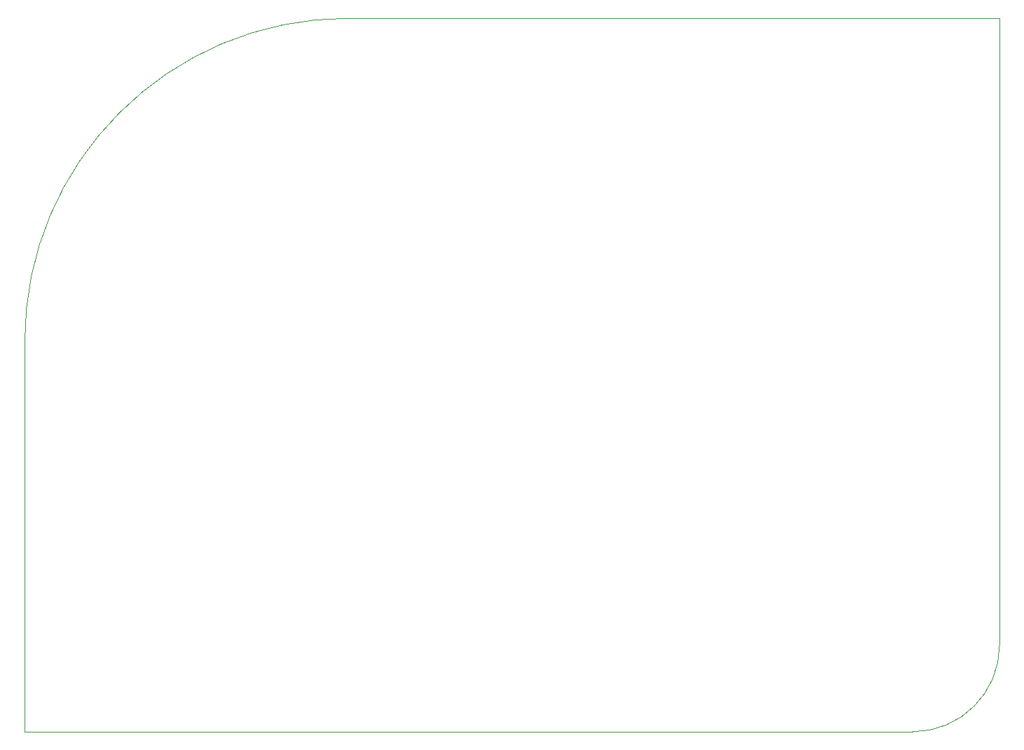
<source format=gm1>
G04 #@! TF.GenerationSoftware,KiCad,Pcbnew,(6.0.8)*
G04 #@! TF.CreationDate,2023-05-18T22:35:39+10:00*
G04 #@! TF.ProjectId,shingleback,7368696e-676c-4656-9261-636b2e6b6963,rev?*
G04 #@! TF.SameCoordinates,Original*
G04 #@! TF.FileFunction,Profile,NP*
%FSLAX46Y46*%
G04 Gerber Fmt 4.6, Leading zero omitted, Abs format (unit mm)*
G04 Created by KiCad (PCBNEW (6.0.8)) date 2023-05-18 22:35:39*
%MOMM*%
%LPD*%
G01*
G04 APERTURE LIST*
G04 #@! TA.AperFunction,Profile*
%ADD10C,0.100000*%
G04 #@! TD*
G04 APERTURE END LIST*
D10*
X179750000Y-110500000D02*
G75*
G03*
X190250000Y-100000000I0J10500000D01*
G01*
X72500000Y-110500000D02*
X179750000Y-110500000D01*
X190250000Y-24250000D02*
X111500000Y-24250000D01*
X72500000Y-63250000D02*
X72500000Y-110500000D01*
X190250000Y-100000000D02*
X190250000Y-24250000D01*
X111500000Y-24250000D02*
G75*
G03*
X72500000Y-63250000I0J-39000000D01*
G01*
M02*

</source>
